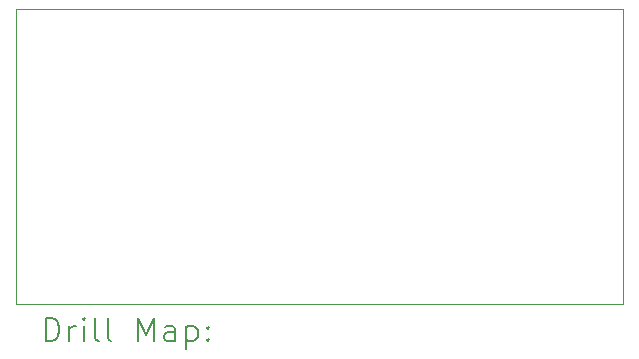
<source format=gbr>
%FSLAX45Y45*%
G04 Gerber Fmt 4.5, Leading zero omitted, Abs format (unit mm)*
G04 Created by KiCad (PCBNEW (6.0.2)) date 2022-07-27 12:55:24*
%MOMM*%
%LPD*%
G01*
G04 APERTURE LIST*
%TA.AperFunction,Profile*%
%ADD10C,0.100000*%
%TD*%
%ADD11C,0.200000*%
G04 APERTURE END LIST*
D10*
X5800000Y-11800000D02*
X10945000Y-11800000D01*
X10945000Y-11800000D02*
X10945000Y-14300000D01*
X10945000Y-14300000D02*
X5800000Y-14300000D01*
X5800000Y-14300000D02*
X5800000Y-11800000D01*
D11*
X6052619Y-14615476D02*
X6052619Y-14415476D01*
X6100238Y-14415476D01*
X6128809Y-14425000D01*
X6147857Y-14444048D01*
X6157381Y-14463095D01*
X6166905Y-14501190D01*
X6166905Y-14529762D01*
X6157381Y-14567857D01*
X6147857Y-14586905D01*
X6128809Y-14605952D01*
X6100238Y-14615476D01*
X6052619Y-14615476D01*
X6252619Y-14615476D02*
X6252619Y-14482143D01*
X6252619Y-14520238D02*
X6262143Y-14501190D01*
X6271667Y-14491667D01*
X6290714Y-14482143D01*
X6309762Y-14482143D01*
X6376428Y-14615476D02*
X6376428Y-14482143D01*
X6376428Y-14415476D02*
X6366905Y-14425000D01*
X6376428Y-14434524D01*
X6385952Y-14425000D01*
X6376428Y-14415476D01*
X6376428Y-14434524D01*
X6500238Y-14615476D02*
X6481190Y-14605952D01*
X6471667Y-14586905D01*
X6471667Y-14415476D01*
X6605000Y-14615476D02*
X6585952Y-14605952D01*
X6576428Y-14586905D01*
X6576428Y-14415476D01*
X6833571Y-14615476D02*
X6833571Y-14415476D01*
X6900238Y-14558333D01*
X6966905Y-14415476D01*
X6966905Y-14615476D01*
X7147857Y-14615476D02*
X7147857Y-14510714D01*
X7138333Y-14491667D01*
X7119286Y-14482143D01*
X7081190Y-14482143D01*
X7062143Y-14491667D01*
X7147857Y-14605952D02*
X7128809Y-14615476D01*
X7081190Y-14615476D01*
X7062143Y-14605952D01*
X7052619Y-14586905D01*
X7052619Y-14567857D01*
X7062143Y-14548809D01*
X7081190Y-14539286D01*
X7128809Y-14539286D01*
X7147857Y-14529762D01*
X7243095Y-14482143D02*
X7243095Y-14682143D01*
X7243095Y-14491667D02*
X7262143Y-14482143D01*
X7300238Y-14482143D01*
X7319286Y-14491667D01*
X7328809Y-14501190D01*
X7338333Y-14520238D01*
X7338333Y-14577381D01*
X7328809Y-14596428D01*
X7319286Y-14605952D01*
X7300238Y-14615476D01*
X7262143Y-14615476D01*
X7243095Y-14605952D01*
X7424048Y-14596428D02*
X7433571Y-14605952D01*
X7424048Y-14615476D01*
X7414524Y-14605952D01*
X7424048Y-14596428D01*
X7424048Y-14615476D01*
X7424048Y-14491667D02*
X7433571Y-14501190D01*
X7424048Y-14510714D01*
X7414524Y-14501190D01*
X7424048Y-14491667D01*
X7424048Y-14510714D01*
M02*

</source>
